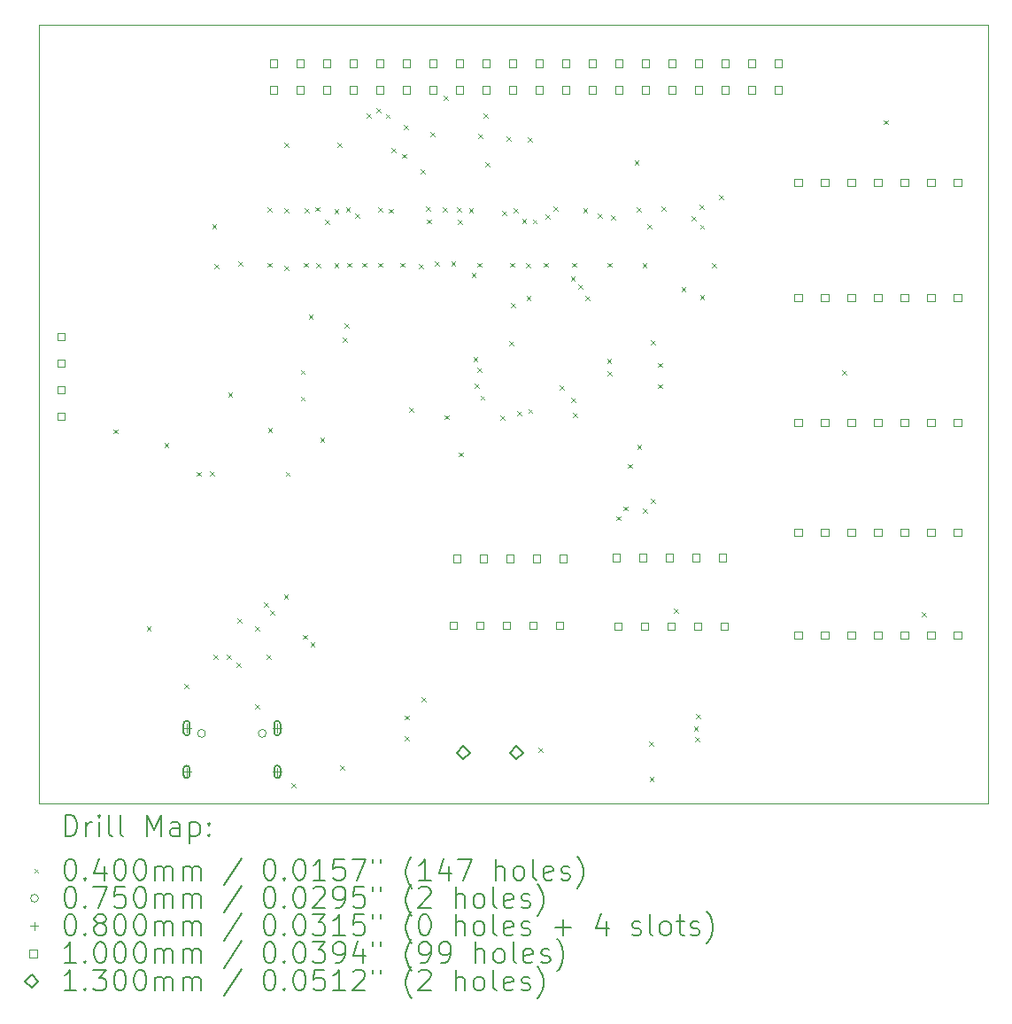
<source format=gbr>
%FSLAX45Y45*%
G04 Gerber Fmt 4.5, Leading zero omitted, Abs format (unit mm)*
G04 Created by KiCad (PCBNEW (6.0.5)) date 2025-09-09 17:56:18*
%MOMM*%
%LPD*%
G01*
G04 APERTURE LIST*
%TA.AperFunction,Profile*%
%ADD10C,0.100000*%
%TD*%
%ADD11C,0.200000*%
%ADD12C,0.040000*%
%ADD13C,0.075000*%
%ADD14C,0.079999*%
%ADD15C,0.100000*%
%ADD16C,0.130002*%
G04 APERTURE END LIST*
D10*
X17596000Y-6989000D02*
X8521000Y-6989000D01*
X8521000Y-6989000D02*
X8521000Y-14426000D01*
X8521000Y-14426000D02*
X17596000Y-14426000D01*
X17596000Y-14426000D02*
X17596000Y-6989000D01*
D11*
D12*
X9231390Y-10852510D02*
X9271390Y-10892510D01*
X9271390Y-10852510D02*
X9231390Y-10892510D01*
X9551300Y-12734060D02*
X9591300Y-12774060D01*
X9591300Y-12734060D02*
X9551300Y-12774060D01*
X9721000Y-10983360D02*
X9761000Y-11023360D01*
X9761000Y-10983360D02*
X9721000Y-11023360D01*
X9912630Y-13284960D02*
X9952630Y-13324960D01*
X9952630Y-13284960D02*
X9912630Y-13324960D01*
X10028000Y-11258310D02*
X10068000Y-11298310D01*
X10068000Y-11258310D02*
X10028000Y-11298310D01*
X10155010Y-11256270D02*
X10195010Y-11296270D01*
X10195010Y-11256270D02*
X10155010Y-11296270D01*
X10178960Y-8891560D02*
X10218960Y-8931560D01*
X10218960Y-8891560D02*
X10178960Y-8931560D01*
X10190600Y-13005500D02*
X10230600Y-13045500D01*
X10230600Y-13005500D02*
X10190600Y-13045500D01*
X10200310Y-9270950D02*
X10240310Y-9310950D01*
X10240310Y-9270950D02*
X10200310Y-9310950D01*
X10316100Y-13005340D02*
X10356100Y-13045340D01*
X10356100Y-13005340D02*
X10316100Y-13045340D01*
X10330170Y-10498310D02*
X10370170Y-10538310D01*
X10370170Y-10498310D02*
X10330170Y-10538310D01*
X10409660Y-13080710D02*
X10449660Y-13120710D01*
X10449660Y-13080710D02*
X10409660Y-13120710D01*
X10421890Y-12661200D02*
X10461890Y-12701200D01*
X10461890Y-12661200D02*
X10421890Y-12701200D01*
X10429350Y-9245800D02*
X10469350Y-9285800D01*
X10469350Y-9245800D02*
X10429350Y-9285800D01*
X10585460Y-13483180D02*
X10625460Y-13523180D01*
X10625460Y-13483180D02*
X10585460Y-13523180D01*
X10586660Y-12734760D02*
X10626660Y-12774760D01*
X10626660Y-12734760D02*
X10586660Y-12774760D01*
X10670190Y-12508300D02*
X10710190Y-12548300D01*
X10710190Y-12508300D02*
X10670190Y-12548300D01*
X10698330Y-13005240D02*
X10738330Y-13045240D01*
X10738330Y-13005240D02*
X10698330Y-13045240D01*
X10704580Y-8732440D02*
X10744580Y-8772440D01*
X10744580Y-8732440D02*
X10704580Y-8772440D01*
X10704580Y-9261430D02*
X10744580Y-9301430D01*
X10744580Y-9261430D02*
X10704580Y-9301430D01*
X10710980Y-10838000D02*
X10750980Y-10878000D01*
X10750980Y-10838000D02*
X10710980Y-10878000D01*
X10734600Y-12585580D02*
X10774600Y-12625580D01*
X10774600Y-12585580D02*
X10734600Y-12625580D01*
X10863560Y-12433520D02*
X10903560Y-12473520D01*
X10903560Y-12433520D02*
X10863560Y-12473520D01*
X10867670Y-9293220D02*
X10907670Y-9333220D01*
X10907670Y-9293220D02*
X10867670Y-9333220D01*
X10867680Y-8738550D02*
X10907680Y-8778550D01*
X10907680Y-8738550D02*
X10867680Y-8778550D01*
X10870500Y-8113630D02*
X10910500Y-8153630D01*
X10910500Y-8113630D02*
X10870500Y-8153630D01*
X10880040Y-11258280D02*
X10920040Y-11298280D01*
X10920040Y-11258280D02*
X10880040Y-11298280D01*
X10935350Y-14234030D02*
X10975350Y-14274030D01*
X10975350Y-14234030D02*
X10935350Y-14274030D01*
X11025590Y-10285500D02*
X11065590Y-10325500D01*
X11065590Y-10285500D02*
X11025590Y-10325500D01*
X11025590Y-10539500D02*
X11065590Y-10579500D01*
X11065590Y-10539500D02*
X11025590Y-10579500D01*
X11043910Y-12817640D02*
X11083910Y-12857640D01*
X11083910Y-12817640D02*
X11043910Y-12857640D01*
X11052090Y-9261840D02*
X11092090Y-9301840D01*
X11092090Y-9261840D02*
X11052090Y-9301840D01*
X11062850Y-8739370D02*
X11102850Y-8779370D01*
X11102850Y-8739370D02*
X11062850Y-8779370D01*
X11101710Y-9757860D02*
X11141710Y-9797860D01*
X11141710Y-9757860D02*
X11101710Y-9797860D01*
X11116510Y-12890330D02*
X11156510Y-12930330D01*
X11156510Y-12890330D02*
X11116510Y-12930330D01*
X11164030Y-8726610D02*
X11204030Y-8766610D01*
X11204030Y-8726610D02*
X11164030Y-8766610D01*
X11170880Y-9262860D02*
X11210880Y-9302860D01*
X11210880Y-9262860D02*
X11170880Y-9302860D01*
X11210920Y-10933820D02*
X11250920Y-10973820D01*
X11250920Y-10933820D02*
X11210920Y-10973820D01*
X11254760Y-8850000D02*
X11294760Y-8890000D01*
X11294760Y-8850000D02*
X11254760Y-8890000D01*
X11347170Y-8747440D02*
X11387170Y-8787440D01*
X11387170Y-8747440D02*
X11347170Y-8787440D01*
X11347170Y-9264430D02*
X11387170Y-9304430D01*
X11387170Y-9264430D02*
X11347170Y-9304430D01*
X11377510Y-8113630D02*
X11417510Y-8153630D01*
X11417510Y-8113630D02*
X11377510Y-8153630D01*
X11402290Y-14066160D02*
X11442290Y-14106160D01*
X11442290Y-14066160D02*
X11402290Y-14106160D01*
X11426270Y-9974310D02*
X11466270Y-10014310D01*
X11466270Y-9974310D02*
X11426270Y-10014310D01*
X11442020Y-9841000D02*
X11482020Y-9881000D01*
X11482020Y-9841000D02*
X11442020Y-9881000D01*
X11455710Y-8732920D02*
X11495710Y-8772920D01*
X11495710Y-8732920D02*
X11455710Y-8772920D01*
X11467080Y-9261830D02*
X11507080Y-9301830D01*
X11507080Y-9261830D02*
X11467080Y-9301830D01*
X11542510Y-8792240D02*
X11582510Y-8832240D01*
X11582510Y-8792240D02*
X11542510Y-8832240D01*
X11611450Y-9260210D02*
X11651450Y-9300210D01*
X11651450Y-9260210D02*
X11611450Y-9300210D01*
X11657900Y-7832670D02*
X11697900Y-7872670D01*
X11697900Y-7832670D02*
X11657900Y-7872670D01*
X11748280Y-7780360D02*
X11788280Y-7820360D01*
X11788280Y-7780360D02*
X11748280Y-7820360D01*
X11762810Y-8733480D02*
X11802810Y-8773480D01*
X11802810Y-8733480D02*
X11762810Y-8773480D01*
X11762810Y-9260170D02*
X11802810Y-9300170D01*
X11802810Y-9260170D02*
X11762810Y-9300170D01*
X11837690Y-7837550D02*
X11877690Y-7877550D01*
X11877690Y-7837550D02*
X11837690Y-7877550D01*
X11865010Y-8745070D02*
X11905010Y-8785070D01*
X11905010Y-8745070D02*
X11865010Y-8785070D01*
X11894170Y-8166420D02*
X11934170Y-8206420D01*
X11934170Y-8166420D02*
X11894170Y-8206420D01*
X11979060Y-9260190D02*
X12019060Y-9300190D01*
X12019060Y-9260190D02*
X11979060Y-9300190D01*
X11991720Y-8219730D02*
X12031720Y-8259730D01*
X12031720Y-8219730D02*
X11991720Y-8259730D01*
X12012500Y-7944880D02*
X12052500Y-7984880D01*
X12052500Y-7944880D02*
X12012500Y-7984880D01*
X12019090Y-13783460D02*
X12059090Y-13823460D01*
X12059090Y-13783460D02*
X12019090Y-13823460D01*
X12020440Y-13587450D02*
X12060440Y-13627450D01*
X12060440Y-13587450D02*
X12020440Y-13627450D01*
X12063050Y-10644650D02*
X12103050Y-10684650D01*
X12103050Y-10644650D02*
X12063050Y-10684650D01*
X12153890Y-9272060D02*
X12193890Y-9312060D01*
X12193890Y-9272060D02*
X12153890Y-9312060D01*
X12171510Y-8370030D02*
X12211510Y-8410030D01*
X12211510Y-8370030D02*
X12171510Y-8410030D01*
X12182460Y-13415790D02*
X12222460Y-13455790D01*
X12222460Y-13415790D02*
X12182460Y-13455790D01*
X12223660Y-8726060D02*
X12263660Y-8766060D01*
X12263660Y-8726060D02*
X12223660Y-8766060D01*
X12231520Y-8845330D02*
X12271520Y-8885330D01*
X12271520Y-8845330D02*
X12231520Y-8885330D01*
X12267300Y-8014330D02*
X12307300Y-8054330D01*
X12307300Y-8014330D02*
X12267300Y-8054330D01*
X12306760Y-9249070D02*
X12346760Y-9289070D01*
X12346760Y-9249070D02*
X12306760Y-9289070D01*
X12385270Y-8733960D02*
X12425270Y-8773960D01*
X12425270Y-8733960D02*
X12385270Y-8773960D01*
X12393500Y-7667610D02*
X12433500Y-7707610D01*
X12433500Y-7667610D02*
X12393500Y-7707610D01*
X12402400Y-10717490D02*
X12442400Y-10757490D01*
X12442400Y-10717490D02*
X12402400Y-10757490D01*
X12464040Y-9250190D02*
X12504040Y-9290190D01*
X12504040Y-9250190D02*
X12464040Y-9290190D01*
X12516060Y-8733840D02*
X12556060Y-8773840D01*
X12556060Y-8733840D02*
X12516060Y-8773840D01*
X12526650Y-8849000D02*
X12566650Y-8889000D01*
X12566650Y-8849000D02*
X12526650Y-8889000D01*
X12537530Y-11072960D02*
X12577530Y-11112960D01*
X12577530Y-11072960D02*
X12537530Y-11112960D01*
X12632790Y-8737700D02*
X12672790Y-8777700D01*
X12672790Y-8737700D02*
X12632790Y-8777700D01*
X12659490Y-9356110D02*
X12699490Y-9396110D01*
X12699490Y-9356110D02*
X12659490Y-9396110D01*
X12675390Y-10161250D02*
X12715390Y-10201250D01*
X12715390Y-10161250D02*
X12675390Y-10201250D01*
X12690480Y-10419540D02*
X12730480Y-10459540D01*
X12730480Y-10419540D02*
X12690480Y-10459540D01*
X12711840Y-9260790D02*
X12751840Y-9300790D01*
X12751840Y-9260790D02*
X12711840Y-9300790D01*
X12715750Y-10264410D02*
X12755750Y-10304410D01*
X12755750Y-10264410D02*
X12715750Y-10304410D01*
X12723590Y-8030900D02*
X12763590Y-8070900D01*
X12763590Y-8030900D02*
X12723590Y-8070900D01*
X12743330Y-10531670D02*
X12783330Y-10571670D01*
X12783330Y-10531670D02*
X12743330Y-10571670D01*
X12774500Y-7833440D02*
X12814500Y-7873440D01*
X12814500Y-7833440D02*
X12774500Y-7873440D01*
X12788470Y-8296870D02*
X12828470Y-8336870D01*
X12828470Y-8296870D02*
X12788470Y-8336870D01*
X12932400Y-10720160D02*
X12972400Y-10760160D01*
X12972400Y-10720160D02*
X12932400Y-10760160D01*
X12949430Y-8765950D02*
X12989430Y-8805950D01*
X12989430Y-8765950D02*
X12949430Y-8805950D01*
X12992350Y-8051990D02*
X13032350Y-8091990D01*
X13032350Y-8051990D02*
X12992350Y-8091990D01*
X13021400Y-10012750D02*
X13061400Y-10052750D01*
X13061400Y-10012750D02*
X13021400Y-10052750D01*
X13024470Y-9259970D02*
X13064470Y-9299970D01*
X13064470Y-9259970D02*
X13024470Y-9299970D01*
X13032520Y-9646720D02*
X13072520Y-9686720D01*
X13072520Y-9646720D02*
X13032520Y-9686720D01*
X13058950Y-8737150D02*
X13098950Y-8777150D01*
X13098950Y-8737150D02*
X13058950Y-8777150D01*
X13096790Y-10681050D02*
X13136790Y-10721050D01*
X13136790Y-10681050D02*
X13096790Y-10721050D01*
X13140040Y-8839940D02*
X13180040Y-8879940D01*
X13180040Y-8839940D02*
X13140040Y-8879940D01*
X13180460Y-9262170D02*
X13220460Y-9302170D01*
X13220460Y-9262170D02*
X13180460Y-9302170D01*
X13183960Y-9576150D02*
X13223960Y-9616150D01*
X13223960Y-9576150D02*
X13183960Y-9616150D01*
X13198840Y-8062020D02*
X13238840Y-8102020D01*
X13238840Y-8062020D02*
X13198840Y-8102020D01*
X13199600Y-10657770D02*
X13239600Y-10697770D01*
X13239600Y-10657770D02*
X13199600Y-10697770D01*
X13242760Y-8846560D02*
X13282760Y-8886560D01*
X13282760Y-8846560D02*
X13242760Y-8886560D01*
X13300470Y-13895750D02*
X13340470Y-13935750D01*
X13340470Y-13895750D02*
X13300470Y-13935750D01*
X13348130Y-9261140D02*
X13388130Y-9301140D01*
X13388130Y-9261140D02*
X13348130Y-9301140D01*
X13362590Y-8797080D02*
X13402590Y-8837080D01*
X13402590Y-8797080D02*
X13362590Y-8837080D01*
X13441270Y-8724150D02*
X13481270Y-8764150D01*
X13481270Y-8724150D02*
X13441270Y-8764150D01*
X13503650Y-10436090D02*
X13543650Y-10476090D01*
X13543650Y-10436090D02*
X13503650Y-10476090D01*
X13606360Y-9393770D02*
X13646360Y-9433770D01*
X13646360Y-9393770D02*
X13606360Y-9433770D01*
X13612730Y-10551380D02*
X13652730Y-10591380D01*
X13652730Y-10551380D02*
X13612730Y-10591380D01*
X13618170Y-9261930D02*
X13658170Y-9301930D01*
X13658170Y-9261930D02*
X13618170Y-9301930D01*
X13631030Y-10696760D02*
X13671030Y-10736760D01*
X13671030Y-10696760D02*
X13631030Y-10736760D01*
X13679050Y-9468610D02*
X13719050Y-9508610D01*
X13719050Y-9468610D02*
X13679050Y-9508610D01*
X13726120Y-8740380D02*
X13766120Y-8780380D01*
X13766120Y-8740380D02*
X13726120Y-8780380D01*
X13748920Y-9580100D02*
X13788920Y-9620100D01*
X13788920Y-9580100D02*
X13748920Y-9620100D01*
X13866330Y-8791930D02*
X13906330Y-8831930D01*
X13906330Y-8791930D02*
X13866330Y-8831930D01*
X13953770Y-10179740D02*
X13993770Y-10219740D01*
X13993770Y-10179740D02*
X13953770Y-10219740D01*
X13957190Y-10300450D02*
X13997190Y-10340450D01*
X13997190Y-10300450D02*
X13957190Y-10340450D01*
X13958110Y-9260610D02*
X13998110Y-9300610D01*
X13998110Y-9260610D02*
X13958110Y-9300610D01*
X13989420Y-8807400D02*
X14029420Y-8847400D01*
X14029420Y-8807400D02*
X13989420Y-8847400D01*
X14041380Y-11681540D02*
X14081380Y-11721540D01*
X14081380Y-11681540D02*
X14041380Y-11721540D01*
X14108740Y-11589440D02*
X14148740Y-11629440D01*
X14148740Y-11589440D02*
X14108740Y-11629440D01*
X14155910Y-11183840D02*
X14195910Y-11223840D01*
X14195910Y-11183840D02*
X14155910Y-11223840D01*
X14216800Y-8285070D02*
X14256800Y-8325070D01*
X14256800Y-8285070D02*
X14216800Y-8325070D01*
X14239050Y-8733770D02*
X14279050Y-8773770D01*
X14279050Y-8733770D02*
X14239050Y-8773770D01*
X14242810Y-10999960D02*
X14282810Y-11039960D01*
X14282810Y-10999960D02*
X14242810Y-11039960D01*
X14291570Y-9262090D02*
X14331570Y-9302090D01*
X14331570Y-9262090D02*
X14291570Y-9302090D01*
X14297690Y-11612140D02*
X14337690Y-11652140D01*
X14337690Y-11612140D02*
X14297690Y-11652140D01*
X14337690Y-8894130D02*
X14377690Y-8934130D01*
X14377690Y-8894130D02*
X14337690Y-8934130D01*
X14354180Y-13834660D02*
X14394180Y-13874660D01*
X14394180Y-13834660D02*
X14354180Y-13874660D01*
X14360500Y-14173020D02*
X14400500Y-14213020D01*
X14400500Y-14173020D02*
X14360500Y-14213020D01*
X14375450Y-9999330D02*
X14415450Y-10039330D01*
X14415450Y-9999330D02*
X14375450Y-10039330D01*
X14376000Y-11516850D02*
X14416000Y-11556850D01*
X14416000Y-11516850D02*
X14376000Y-11556850D01*
X14442300Y-10218360D02*
X14482300Y-10258360D01*
X14482300Y-10218360D02*
X14442300Y-10258360D01*
X14442300Y-10421410D02*
X14482300Y-10461410D01*
X14482300Y-10421410D02*
X14442300Y-10461410D01*
X14473950Y-8721800D02*
X14513950Y-8761800D01*
X14513950Y-8721800D02*
X14473950Y-8761800D01*
X14593940Y-12568490D02*
X14633940Y-12608490D01*
X14633940Y-12568490D02*
X14593940Y-12608490D01*
X14665700Y-9494200D02*
X14705700Y-9534200D01*
X14705700Y-9494200D02*
X14665700Y-9534200D01*
X14762400Y-8814680D02*
X14802400Y-8854680D01*
X14802400Y-8814680D02*
X14762400Y-8854680D01*
X14784370Y-13692650D02*
X14824370Y-13732650D01*
X14824370Y-13692650D02*
X14784370Y-13732650D01*
X14794920Y-13794170D02*
X14834920Y-13834170D01*
X14834920Y-13794170D02*
X14794920Y-13834170D01*
X14803160Y-13576500D02*
X14843160Y-13616500D01*
X14843160Y-13576500D02*
X14803160Y-13616500D01*
X14837310Y-8704220D02*
X14877310Y-8744220D01*
X14877310Y-8704220D02*
X14837310Y-8744220D01*
X14842850Y-8897070D02*
X14882850Y-8937070D01*
X14882850Y-8897070D02*
X14842850Y-8937070D01*
X14842850Y-9572800D02*
X14882850Y-9612800D01*
X14882850Y-9572800D02*
X14842850Y-9612800D01*
X14955360Y-9266260D02*
X14995360Y-9306260D01*
X14995360Y-9266260D02*
X14955360Y-9306260D01*
X15027470Y-8610910D02*
X15067470Y-8650910D01*
X15067470Y-8610910D02*
X15027470Y-8650910D01*
X16199520Y-10292480D02*
X16239520Y-10332480D01*
X16239520Y-10292480D02*
X16199520Y-10332480D01*
X16599990Y-7897130D02*
X16639990Y-7937130D01*
X16639990Y-7897130D02*
X16599990Y-7937130D01*
X16961220Y-12600500D02*
X17001220Y-12640500D01*
X17001220Y-12600500D02*
X16961220Y-12640500D01*
D13*
X10114500Y-13758750D02*
G75*
G03*
X10114500Y-13758750I-37500J0D01*
G01*
X10694500Y-13758750D02*
G75*
G03*
X10694500Y-13758750I-37500J0D01*
G01*
D14*
X9934000Y-13668750D02*
X9934000Y-13748750D01*
X9894000Y-13708750D02*
X9974000Y-13708750D01*
D11*
X9904000Y-13668749D02*
X9904000Y-13748751D01*
X9964000Y-13668749D02*
X9964000Y-13748751D01*
X9904000Y-13748751D02*
G75*
G03*
X9964000Y-13748751I30000J0D01*
G01*
X9964000Y-13668749D02*
G75*
G03*
X9904000Y-13668749I-30000J0D01*
G01*
D14*
X9934000Y-14086750D02*
X9934000Y-14166750D01*
X9894000Y-14126750D02*
X9974000Y-14126750D01*
D11*
X9904000Y-14096750D02*
X9904000Y-14156750D01*
X9964000Y-14096750D02*
X9964000Y-14156750D01*
X9904000Y-14156750D02*
G75*
G03*
X9964000Y-14156750I30000J0D01*
G01*
X9964000Y-14096750D02*
G75*
G03*
X9904000Y-14096750I-30000J0D01*
G01*
D14*
X10800000Y-13668750D02*
X10800000Y-13748750D01*
X10760000Y-13708750D02*
X10840000Y-13708750D01*
D11*
X10770000Y-13668751D02*
X10770000Y-13748749D01*
X10830000Y-13668751D02*
X10830000Y-13748749D01*
X10770000Y-13748749D02*
G75*
G03*
X10830000Y-13748749I30000J0D01*
G01*
X10830000Y-13668751D02*
G75*
G03*
X10770000Y-13668751I-30000J0D01*
G01*
D14*
X10800000Y-14086750D02*
X10800000Y-14166750D01*
X10760000Y-14126750D02*
X10840000Y-14126750D01*
D11*
X10770000Y-14096750D02*
X10770000Y-14156750D01*
X10830000Y-14096750D02*
X10830000Y-14156750D01*
X10770000Y-14156750D02*
G75*
G03*
X10830000Y-14156750I30000J0D01*
G01*
X10830000Y-14096750D02*
G75*
G03*
X10770000Y-14096750I-30000J0D01*
G01*
D15*
X8766356Y-10002356D02*
X8766356Y-9931644D01*
X8695644Y-9931644D01*
X8695644Y-10002356D01*
X8766356Y-10002356D01*
X8766356Y-10256356D02*
X8766356Y-10185644D01*
X8695644Y-10185644D01*
X8695644Y-10256356D01*
X8766356Y-10256356D01*
X8766356Y-10510356D02*
X8766356Y-10439644D01*
X8695644Y-10439644D01*
X8695644Y-10510356D01*
X8766356Y-10510356D01*
X8766356Y-10764356D02*
X8766356Y-10693644D01*
X8695644Y-10693644D01*
X8695644Y-10764356D01*
X8766356Y-10764356D01*
X10797856Y-7388856D02*
X10797856Y-7318144D01*
X10727144Y-7318144D01*
X10727144Y-7388856D01*
X10797856Y-7388856D01*
X10797856Y-7642856D02*
X10797856Y-7572144D01*
X10727144Y-7572144D01*
X10727144Y-7642856D01*
X10797856Y-7642856D01*
X11051856Y-7388856D02*
X11051856Y-7318144D01*
X10981144Y-7318144D01*
X10981144Y-7388856D01*
X11051856Y-7388856D01*
X11051856Y-7642856D02*
X11051856Y-7572144D01*
X10981144Y-7572144D01*
X10981144Y-7642856D01*
X11051856Y-7642856D01*
X11305856Y-7388856D02*
X11305856Y-7318144D01*
X11235144Y-7318144D01*
X11235144Y-7388856D01*
X11305856Y-7388856D01*
X11305856Y-7642856D02*
X11305856Y-7572144D01*
X11235144Y-7572144D01*
X11235144Y-7642856D01*
X11305856Y-7642856D01*
X11559856Y-7388856D02*
X11559856Y-7318144D01*
X11489144Y-7318144D01*
X11489144Y-7388856D01*
X11559856Y-7388856D01*
X11559856Y-7642856D02*
X11559856Y-7572144D01*
X11489144Y-7572144D01*
X11489144Y-7642856D01*
X11559856Y-7642856D01*
X11813856Y-7388856D02*
X11813856Y-7318144D01*
X11743144Y-7318144D01*
X11743144Y-7388856D01*
X11813856Y-7388856D01*
X11813856Y-7642856D02*
X11813856Y-7572144D01*
X11743144Y-7572144D01*
X11743144Y-7642856D01*
X11813856Y-7642856D01*
X12067856Y-7388856D02*
X12067856Y-7318144D01*
X11997144Y-7318144D01*
X11997144Y-7388856D01*
X12067856Y-7388856D01*
X12067856Y-7642856D02*
X12067856Y-7572144D01*
X11997144Y-7572144D01*
X11997144Y-7642856D01*
X12067856Y-7642856D01*
X12321856Y-7388856D02*
X12321856Y-7318144D01*
X12251144Y-7318144D01*
X12251144Y-7388856D01*
X12321856Y-7388856D01*
X12321856Y-7642856D02*
X12321856Y-7572144D01*
X12251144Y-7572144D01*
X12251144Y-7642856D01*
X12321856Y-7642856D01*
X12520356Y-12761356D02*
X12520356Y-12690644D01*
X12449644Y-12690644D01*
X12449644Y-12761356D01*
X12520356Y-12761356D01*
X12553356Y-12123356D02*
X12553356Y-12052644D01*
X12482644Y-12052644D01*
X12482644Y-12123356D01*
X12553356Y-12123356D01*
X12575856Y-7388856D02*
X12575856Y-7318144D01*
X12505144Y-7318144D01*
X12505144Y-7388856D01*
X12575856Y-7388856D01*
X12575856Y-7642856D02*
X12575856Y-7572144D01*
X12505144Y-7572144D01*
X12505144Y-7642856D01*
X12575856Y-7642856D01*
X12774356Y-12761356D02*
X12774356Y-12690644D01*
X12703644Y-12690644D01*
X12703644Y-12761356D01*
X12774356Y-12761356D01*
X12807356Y-12123356D02*
X12807356Y-12052644D01*
X12736644Y-12052644D01*
X12736644Y-12123356D01*
X12807356Y-12123356D01*
X12829856Y-7388856D02*
X12829856Y-7318144D01*
X12759144Y-7318144D01*
X12759144Y-7388856D01*
X12829856Y-7388856D01*
X12829856Y-7642856D02*
X12829856Y-7572144D01*
X12759144Y-7572144D01*
X12759144Y-7642856D01*
X12829856Y-7642856D01*
X13028356Y-12761356D02*
X13028356Y-12690644D01*
X12957644Y-12690644D01*
X12957644Y-12761356D01*
X13028356Y-12761356D01*
X13061356Y-12123356D02*
X13061356Y-12052644D01*
X12990644Y-12052644D01*
X12990644Y-12123356D01*
X13061356Y-12123356D01*
X13083856Y-7388856D02*
X13083856Y-7318144D01*
X13013144Y-7318144D01*
X13013144Y-7388856D01*
X13083856Y-7388856D01*
X13083856Y-7642856D02*
X13083856Y-7572144D01*
X13013144Y-7572144D01*
X13013144Y-7642856D01*
X13083856Y-7642856D01*
X13282356Y-12761356D02*
X13282356Y-12690644D01*
X13211644Y-12690644D01*
X13211644Y-12761356D01*
X13282356Y-12761356D01*
X13315356Y-12123356D02*
X13315356Y-12052644D01*
X13244644Y-12052644D01*
X13244644Y-12123356D01*
X13315356Y-12123356D01*
X13337856Y-7388856D02*
X13337856Y-7318144D01*
X13267144Y-7318144D01*
X13267144Y-7388856D01*
X13337856Y-7388856D01*
X13337856Y-7642856D02*
X13337856Y-7572144D01*
X13267144Y-7572144D01*
X13267144Y-7642856D01*
X13337856Y-7642856D01*
X13536356Y-12761356D02*
X13536356Y-12690644D01*
X13465644Y-12690644D01*
X13465644Y-12761356D01*
X13536356Y-12761356D01*
X13569356Y-12123356D02*
X13569356Y-12052644D01*
X13498644Y-12052644D01*
X13498644Y-12123356D01*
X13569356Y-12123356D01*
X13591856Y-7388856D02*
X13591856Y-7318144D01*
X13521144Y-7318144D01*
X13521144Y-7388856D01*
X13591856Y-7388856D01*
X13591856Y-7642856D02*
X13591856Y-7572144D01*
X13521144Y-7572144D01*
X13521144Y-7642856D01*
X13591856Y-7642856D01*
X13845856Y-7388856D02*
X13845856Y-7318144D01*
X13775144Y-7318144D01*
X13775144Y-7388856D01*
X13845856Y-7388856D01*
X13845856Y-7642856D02*
X13845856Y-7572144D01*
X13775144Y-7572144D01*
X13775144Y-7642856D01*
X13845856Y-7642856D01*
X14076356Y-12114356D02*
X14076356Y-12043644D01*
X14005644Y-12043644D01*
X14005644Y-12114356D01*
X14076356Y-12114356D01*
X14093856Y-12769356D02*
X14093856Y-12698644D01*
X14023144Y-12698644D01*
X14023144Y-12769356D01*
X14093856Y-12769356D01*
X14099856Y-7388856D02*
X14099856Y-7318144D01*
X14029144Y-7318144D01*
X14029144Y-7388856D01*
X14099856Y-7388856D01*
X14099856Y-7642856D02*
X14099856Y-7572144D01*
X14029144Y-7572144D01*
X14029144Y-7642856D01*
X14099856Y-7642856D01*
X14330356Y-12114356D02*
X14330356Y-12043644D01*
X14259644Y-12043644D01*
X14259644Y-12114356D01*
X14330356Y-12114356D01*
X14347856Y-12769356D02*
X14347856Y-12698644D01*
X14277144Y-12698644D01*
X14277144Y-12769356D01*
X14347856Y-12769356D01*
X14353856Y-7388856D02*
X14353856Y-7318144D01*
X14283144Y-7318144D01*
X14283144Y-7388856D01*
X14353856Y-7388856D01*
X14353856Y-7642856D02*
X14353856Y-7572144D01*
X14283144Y-7572144D01*
X14283144Y-7642856D01*
X14353856Y-7642856D01*
X14584356Y-12114356D02*
X14584356Y-12043644D01*
X14513644Y-12043644D01*
X14513644Y-12114356D01*
X14584356Y-12114356D01*
X14601856Y-12769356D02*
X14601856Y-12698644D01*
X14531144Y-12698644D01*
X14531144Y-12769356D01*
X14601856Y-12769356D01*
X14607856Y-7388856D02*
X14607856Y-7318144D01*
X14537144Y-7318144D01*
X14537144Y-7388856D01*
X14607856Y-7388856D01*
X14607856Y-7642856D02*
X14607856Y-7572144D01*
X14537144Y-7572144D01*
X14537144Y-7642856D01*
X14607856Y-7642856D01*
X14838356Y-12114356D02*
X14838356Y-12043644D01*
X14767644Y-12043644D01*
X14767644Y-12114356D01*
X14838356Y-12114356D01*
X14855856Y-12769356D02*
X14855856Y-12698644D01*
X14785144Y-12698644D01*
X14785144Y-12769356D01*
X14855856Y-12769356D01*
X14861856Y-7388856D02*
X14861856Y-7318144D01*
X14791144Y-7318144D01*
X14791144Y-7388856D01*
X14861856Y-7388856D01*
X14861856Y-7642856D02*
X14861856Y-7572144D01*
X14791144Y-7572144D01*
X14791144Y-7642856D01*
X14861856Y-7642856D01*
X15092356Y-12114356D02*
X15092356Y-12043644D01*
X15021644Y-12043644D01*
X15021644Y-12114356D01*
X15092356Y-12114356D01*
X15109856Y-12769356D02*
X15109856Y-12698644D01*
X15039144Y-12698644D01*
X15039144Y-12769356D01*
X15109856Y-12769356D01*
X15115856Y-7388856D02*
X15115856Y-7318144D01*
X15045144Y-7318144D01*
X15045144Y-7388856D01*
X15115856Y-7388856D01*
X15115856Y-7642856D02*
X15115856Y-7572144D01*
X15045144Y-7572144D01*
X15045144Y-7642856D01*
X15115856Y-7642856D01*
X15369856Y-7388856D02*
X15369856Y-7318144D01*
X15299144Y-7318144D01*
X15299144Y-7388856D01*
X15369856Y-7388856D01*
X15369856Y-7642856D02*
X15369856Y-7572144D01*
X15299144Y-7572144D01*
X15299144Y-7642856D01*
X15369856Y-7642856D01*
X15623856Y-7388856D02*
X15623856Y-7318144D01*
X15553144Y-7318144D01*
X15553144Y-7388856D01*
X15623856Y-7388856D01*
X15623856Y-7642856D02*
X15623856Y-7572144D01*
X15553144Y-7572144D01*
X15553144Y-7642856D01*
X15623856Y-7642856D01*
X15817356Y-12856356D02*
X15817356Y-12785644D01*
X15746644Y-12785644D01*
X15746644Y-12856356D01*
X15817356Y-12856356D01*
X15818356Y-8530356D02*
X15818356Y-8459644D01*
X15747644Y-8459644D01*
X15747644Y-8530356D01*
X15818356Y-8530356D01*
X15818356Y-9628356D02*
X15818356Y-9557644D01*
X15747644Y-9557644D01*
X15747644Y-9628356D01*
X15818356Y-9628356D01*
X15818356Y-10825356D02*
X15818356Y-10754644D01*
X15747644Y-10754644D01*
X15747644Y-10825356D01*
X15818356Y-10825356D01*
X15818356Y-11873356D02*
X15818356Y-11802644D01*
X15747644Y-11802644D01*
X15747644Y-11873356D01*
X15818356Y-11873356D01*
X16071356Y-12856356D02*
X16071356Y-12785644D01*
X16000644Y-12785644D01*
X16000644Y-12856356D01*
X16071356Y-12856356D01*
X16072356Y-8530356D02*
X16072356Y-8459644D01*
X16001644Y-8459644D01*
X16001644Y-8530356D01*
X16072356Y-8530356D01*
X16072356Y-9628356D02*
X16072356Y-9557644D01*
X16001644Y-9557644D01*
X16001644Y-9628356D01*
X16072356Y-9628356D01*
X16072356Y-10825356D02*
X16072356Y-10754644D01*
X16001644Y-10754644D01*
X16001644Y-10825356D01*
X16072356Y-10825356D01*
X16072356Y-11873356D02*
X16072356Y-11802644D01*
X16001644Y-11802644D01*
X16001644Y-11873356D01*
X16072356Y-11873356D01*
X16325356Y-12856356D02*
X16325356Y-12785644D01*
X16254644Y-12785644D01*
X16254644Y-12856356D01*
X16325356Y-12856356D01*
X16326356Y-8530356D02*
X16326356Y-8459644D01*
X16255644Y-8459644D01*
X16255644Y-8530356D01*
X16326356Y-8530356D01*
X16326356Y-9628356D02*
X16326356Y-9557644D01*
X16255644Y-9557644D01*
X16255644Y-9628356D01*
X16326356Y-9628356D01*
X16326356Y-10825356D02*
X16326356Y-10754644D01*
X16255644Y-10754644D01*
X16255644Y-10825356D01*
X16326356Y-10825356D01*
X16326356Y-11873356D02*
X16326356Y-11802644D01*
X16255644Y-11802644D01*
X16255644Y-11873356D01*
X16326356Y-11873356D01*
X16579356Y-12856356D02*
X16579356Y-12785644D01*
X16508644Y-12785644D01*
X16508644Y-12856356D01*
X16579356Y-12856356D01*
X16580356Y-8530356D02*
X16580356Y-8459644D01*
X16509644Y-8459644D01*
X16509644Y-8530356D01*
X16580356Y-8530356D01*
X16580356Y-9628356D02*
X16580356Y-9557644D01*
X16509644Y-9557644D01*
X16509644Y-9628356D01*
X16580356Y-9628356D01*
X16580356Y-10825356D02*
X16580356Y-10754644D01*
X16509644Y-10754644D01*
X16509644Y-10825356D01*
X16580356Y-10825356D01*
X16580356Y-11873356D02*
X16580356Y-11802644D01*
X16509644Y-11802644D01*
X16509644Y-11873356D01*
X16580356Y-11873356D01*
X16833356Y-12856356D02*
X16833356Y-12785644D01*
X16762644Y-12785644D01*
X16762644Y-12856356D01*
X16833356Y-12856356D01*
X16834356Y-8530356D02*
X16834356Y-8459644D01*
X16763644Y-8459644D01*
X16763644Y-8530356D01*
X16834356Y-8530356D01*
X16834356Y-9628356D02*
X16834356Y-9557644D01*
X16763644Y-9557644D01*
X16763644Y-9628356D01*
X16834356Y-9628356D01*
X16834356Y-10825356D02*
X16834356Y-10754644D01*
X16763644Y-10754644D01*
X16763644Y-10825356D01*
X16834356Y-10825356D01*
X16834356Y-11873356D02*
X16834356Y-11802644D01*
X16763644Y-11802644D01*
X16763644Y-11873356D01*
X16834356Y-11873356D01*
X17087356Y-12856356D02*
X17087356Y-12785644D01*
X17016644Y-12785644D01*
X17016644Y-12856356D01*
X17087356Y-12856356D01*
X17088356Y-8530356D02*
X17088356Y-8459644D01*
X17017644Y-8459644D01*
X17017644Y-8530356D01*
X17088356Y-8530356D01*
X17088356Y-9628356D02*
X17088356Y-9557644D01*
X17017644Y-9557644D01*
X17017644Y-9628356D01*
X17088356Y-9628356D01*
X17088356Y-10825356D02*
X17088356Y-10754644D01*
X17017644Y-10754644D01*
X17017644Y-10825356D01*
X17088356Y-10825356D01*
X17088356Y-11873356D02*
X17088356Y-11802644D01*
X17017644Y-11802644D01*
X17017644Y-11873356D01*
X17088356Y-11873356D01*
X17341356Y-12856356D02*
X17341356Y-12785644D01*
X17270644Y-12785644D01*
X17270644Y-12856356D01*
X17341356Y-12856356D01*
X17342356Y-8530356D02*
X17342356Y-8459644D01*
X17271644Y-8459644D01*
X17271644Y-8530356D01*
X17342356Y-8530356D01*
X17342356Y-9628356D02*
X17342356Y-9557644D01*
X17271644Y-9557644D01*
X17271644Y-9628356D01*
X17342356Y-9628356D01*
X17342356Y-10825356D02*
X17342356Y-10754644D01*
X17271644Y-10754644D01*
X17271644Y-10825356D01*
X17342356Y-10825356D01*
X17342356Y-11873356D02*
X17342356Y-11802644D01*
X17271644Y-11802644D01*
X17271644Y-11873356D01*
X17342356Y-11873356D01*
D16*
X12579000Y-14009001D02*
X12644001Y-13944000D01*
X12579000Y-13878999D01*
X12513999Y-13944000D01*
X12579000Y-14009001D01*
X13087000Y-14009001D02*
X13152001Y-13944000D01*
X13087000Y-13878999D01*
X13021999Y-13944000D01*
X13087000Y-14009001D01*
D11*
X8773619Y-14741476D02*
X8773619Y-14541476D01*
X8821238Y-14541476D01*
X8849810Y-14551000D01*
X8868857Y-14570048D01*
X8878381Y-14589095D01*
X8887905Y-14627190D01*
X8887905Y-14655762D01*
X8878381Y-14693857D01*
X8868857Y-14712905D01*
X8849810Y-14731952D01*
X8821238Y-14741476D01*
X8773619Y-14741476D01*
X8973619Y-14741476D02*
X8973619Y-14608143D01*
X8973619Y-14646238D02*
X8983143Y-14627190D01*
X8992667Y-14617667D01*
X9011714Y-14608143D01*
X9030762Y-14608143D01*
X9097429Y-14741476D02*
X9097429Y-14608143D01*
X9097429Y-14541476D02*
X9087905Y-14551000D01*
X9097429Y-14560524D01*
X9106952Y-14551000D01*
X9097429Y-14541476D01*
X9097429Y-14560524D01*
X9221238Y-14741476D02*
X9202190Y-14731952D01*
X9192667Y-14712905D01*
X9192667Y-14541476D01*
X9326000Y-14741476D02*
X9306952Y-14731952D01*
X9297429Y-14712905D01*
X9297429Y-14541476D01*
X9554571Y-14741476D02*
X9554571Y-14541476D01*
X9621238Y-14684333D01*
X9687905Y-14541476D01*
X9687905Y-14741476D01*
X9868857Y-14741476D02*
X9868857Y-14636714D01*
X9859333Y-14617667D01*
X9840286Y-14608143D01*
X9802190Y-14608143D01*
X9783143Y-14617667D01*
X9868857Y-14731952D02*
X9849810Y-14741476D01*
X9802190Y-14741476D01*
X9783143Y-14731952D01*
X9773619Y-14712905D01*
X9773619Y-14693857D01*
X9783143Y-14674809D01*
X9802190Y-14665286D01*
X9849810Y-14665286D01*
X9868857Y-14655762D01*
X9964095Y-14608143D02*
X9964095Y-14808143D01*
X9964095Y-14617667D02*
X9983143Y-14608143D01*
X10021238Y-14608143D01*
X10040286Y-14617667D01*
X10049810Y-14627190D01*
X10059333Y-14646238D01*
X10059333Y-14703381D01*
X10049810Y-14722428D01*
X10040286Y-14731952D01*
X10021238Y-14741476D01*
X9983143Y-14741476D01*
X9964095Y-14731952D01*
X10145048Y-14722428D02*
X10154571Y-14731952D01*
X10145048Y-14741476D01*
X10135524Y-14731952D01*
X10145048Y-14722428D01*
X10145048Y-14741476D01*
X10145048Y-14617667D02*
X10154571Y-14627190D01*
X10145048Y-14636714D01*
X10135524Y-14627190D01*
X10145048Y-14617667D01*
X10145048Y-14636714D01*
D12*
X8476000Y-15051000D02*
X8516000Y-15091000D01*
X8516000Y-15051000D02*
X8476000Y-15091000D01*
D11*
X8811714Y-14961476D02*
X8830762Y-14961476D01*
X8849810Y-14971000D01*
X8859333Y-14980524D01*
X8868857Y-14999571D01*
X8878381Y-15037667D01*
X8878381Y-15085286D01*
X8868857Y-15123381D01*
X8859333Y-15142428D01*
X8849810Y-15151952D01*
X8830762Y-15161476D01*
X8811714Y-15161476D01*
X8792667Y-15151952D01*
X8783143Y-15142428D01*
X8773619Y-15123381D01*
X8764095Y-15085286D01*
X8764095Y-15037667D01*
X8773619Y-14999571D01*
X8783143Y-14980524D01*
X8792667Y-14971000D01*
X8811714Y-14961476D01*
X8964095Y-15142428D02*
X8973619Y-15151952D01*
X8964095Y-15161476D01*
X8954571Y-15151952D01*
X8964095Y-15142428D01*
X8964095Y-15161476D01*
X9145048Y-15028143D02*
X9145048Y-15161476D01*
X9097429Y-14951952D02*
X9049810Y-15094809D01*
X9173619Y-15094809D01*
X9287905Y-14961476D02*
X9306952Y-14961476D01*
X9326000Y-14971000D01*
X9335524Y-14980524D01*
X9345048Y-14999571D01*
X9354571Y-15037667D01*
X9354571Y-15085286D01*
X9345048Y-15123381D01*
X9335524Y-15142428D01*
X9326000Y-15151952D01*
X9306952Y-15161476D01*
X9287905Y-15161476D01*
X9268857Y-15151952D01*
X9259333Y-15142428D01*
X9249810Y-15123381D01*
X9240286Y-15085286D01*
X9240286Y-15037667D01*
X9249810Y-14999571D01*
X9259333Y-14980524D01*
X9268857Y-14971000D01*
X9287905Y-14961476D01*
X9478381Y-14961476D02*
X9497429Y-14961476D01*
X9516476Y-14971000D01*
X9526000Y-14980524D01*
X9535524Y-14999571D01*
X9545048Y-15037667D01*
X9545048Y-15085286D01*
X9535524Y-15123381D01*
X9526000Y-15142428D01*
X9516476Y-15151952D01*
X9497429Y-15161476D01*
X9478381Y-15161476D01*
X9459333Y-15151952D01*
X9449810Y-15142428D01*
X9440286Y-15123381D01*
X9430762Y-15085286D01*
X9430762Y-15037667D01*
X9440286Y-14999571D01*
X9449810Y-14980524D01*
X9459333Y-14971000D01*
X9478381Y-14961476D01*
X9630762Y-15161476D02*
X9630762Y-15028143D01*
X9630762Y-15047190D02*
X9640286Y-15037667D01*
X9659333Y-15028143D01*
X9687905Y-15028143D01*
X9706952Y-15037667D01*
X9716476Y-15056714D01*
X9716476Y-15161476D01*
X9716476Y-15056714D02*
X9726000Y-15037667D01*
X9745048Y-15028143D01*
X9773619Y-15028143D01*
X9792667Y-15037667D01*
X9802190Y-15056714D01*
X9802190Y-15161476D01*
X9897429Y-15161476D02*
X9897429Y-15028143D01*
X9897429Y-15047190D02*
X9906952Y-15037667D01*
X9926000Y-15028143D01*
X9954571Y-15028143D01*
X9973619Y-15037667D01*
X9983143Y-15056714D01*
X9983143Y-15161476D01*
X9983143Y-15056714D02*
X9992667Y-15037667D01*
X10011714Y-15028143D01*
X10040286Y-15028143D01*
X10059333Y-15037667D01*
X10068857Y-15056714D01*
X10068857Y-15161476D01*
X10459333Y-14951952D02*
X10287905Y-15209095D01*
X10716476Y-14961476D02*
X10735524Y-14961476D01*
X10754571Y-14971000D01*
X10764095Y-14980524D01*
X10773619Y-14999571D01*
X10783143Y-15037667D01*
X10783143Y-15085286D01*
X10773619Y-15123381D01*
X10764095Y-15142428D01*
X10754571Y-15151952D01*
X10735524Y-15161476D01*
X10716476Y-15161476D01*
X10697429Y-15151952D01*
X10687905Y-15142428D01*
X10678381Y-15123381D01*
X10668857Y-15085286D01*
X10668857Y-15037667D01*
X10678381Y-14999571D01*
X10687905Y-14980524D01*
X10697429Y-14971000D01*
X10716476Y-14961476D01*
X10868857Y-15142428D02*
X10878381Y-15151952D01*
X10868857Y-15161476D01*
X10859333Y-15151952D01*
X10868857Y-15142428D01*
X10868857Y-15161476D01*
X11002190Y-14961476D02*
X11021238Y-14961476D01*
X11040286Y-14971000D01*
X11049810Y-14980524D01*
X11059333Y-14999571D01*
X11068857Y-15037667D01*
X11068857Y-15085286D01*
X11059333Y-15123381D01*
X11049810Y-15142428D01*
X11040286Y-15151952D01*
X11021238Y-15161476D01*
X11002190Y-15161476D01*
X10983143Y-15151952D01*
X10973619Y-15142428D01*
X10964095Y-15123381D01*
X10954571Y-15085286D01*
X10954571Y-15037667D01*
X10964095Y-14999571D01*
X10973619Y-14980524D01*
X10983143Y-14971000D01*
X11002190Y-14961476D01*
X11259333Y-15161476D02*
X11145048Y-15161476D01*
X11202190Y-15161476D02*
X11202190Y-14961476D01*
X11183143Y-14990048D01*
X11164095Y-15009095D01*
X11145048Y-15018619D01*
X11440286Y-14961476D02*
X11345048Y-14961476D01*
X11335524Y-15056714D01*
X11345048Y-15047190D01*
X11364095Y-15037667D01*
X11411714Y-15037667D01*
X11430762Y-15047190D01*
X11440286Y-15056714D01*
X11449809Y-15075762D01*
X11449809Y-15123381D01*
X11440286Y-15142428D01*
X11430762Y-15151952D01*
X11411714Y-15161476D01*
X11364095Y-15161476D01*
X11345048Y-15151952D01*
X11335524Y-15142428D01*
X11516476Y-14961476D02*
X11649809Y-14961476D01*
X11564095Y-15161476D01*
X11716476Y-14961476D02*
X11716476Y-14999571D01*
X11792667Y-14961476D02*
X11792667Y-14999571D01*
X12087905Y-15237667D02*
X12078381Y-15228143D01*
X12059333Y-15199571D01*
X12049809Y-15180524D01*
X12040286Y-15151952D01*
X12030762Y-15104333D01*
X12030762Y-15066238D01*
X12040286Y-15018619D01*
X12049809Y-14990048D01*
X12059333Y-14971000D01*
X12078381Y-14942428D01*
X12087905Y-14932905D01*
X12268857Y-15161476D02*
X12154571Y-15161476D01*
X12211714Y-15161476D02*
X12211714Y-14961476D01*
X12192667Y-14990048D01*
X12173619Y-15009095D01*
X12154571Y-15018619D01*
X12440286Y-15028143D02*
X12440286Y-15161476D01*
X12392667Y-14951952D02*
X12345048Y-15094809D01*
X12468857Y-15094809D01*
X12526000Y-14961476D02*
X12659333Y-14961476D01*
X12573619Y-15161476D01*
X12887905Y-15161476D02*
X12887905Y-14961476D01*
X12973619Y-15161476D02*
X12973619Y-15056714D01*
X12964095Y-15037667D01*
X12945048Y-15028143D01*
X12916476Y-15028143D01*
X12897428Y-15037667D01*
X12887905Y-15047190D01*
X13097428Y-15161476D02*
X13078381Y-15151952D01*
X13068857Y-15142428D01*
X13059333Y-15123381D01*
X13059333Y-15066238D01*
X13068857Y-15047190D01*
X13078381Y-15037667D01*
X13097428Y-15028143D01*
X13126000Y-15028143D01*
X13145048Y-15037667D01*
X13154571Y-15047190D01*
X13164095Y-15066238D01*
X13164095Y-15123381D01*
X13154571Y-15142428D01*
X13145048Y-15151952D01*
X13126000Y-15161476D01*
X13097428Y-15161476D01*
X13278381Y-15161476D02*
X13259333Y-15151952D01*
X13249809Y-15132905D01*
X13249809Y-14961476D01*
X13430762Y-15151952D02*
X13411714Y-15161476D01*
X13373619Y-15161476D01*
X13354571Y-15151952D01*
X13345048Y-15132905D01*
X13345048Y-15056714D01*
X13354571Y-15037667D01*
X13373619Y-15028143D01*
X13411714Y-15028143D01*
X13430762Y-15037667D01*
X13440286Y-15056714D01*
X13440286Y-15075762D01*
X13345048Y-15094809D01*
X13516476Y-15151952D02*
X13535524Y-15161476D01*
X13573619Y-15161476D01*
X13592667Y-15151952D01*
X13602190Y-15132905D01*
X13602190Y-15123381D01*
X13592667Y-15104333D01*
X13573619Y-15094809D01*
X13545048Y-15094809D01*
X13526000Y-15085286D01*
X13516476Y-15066238D01*
X13516476Y-15056714D01*
X13526000Y-15037667D01*
X13545048Y-15028143D01*
X13573619Y-15028143D01*
X13592667Y-15037667D01*
X13668857Y-15237667D02*
X13678381Y-15228143D01*
X13697428Y-15199571D01*
X13706952Y-15180524D01*
X13716476Y-15151952D01*
X13726000Y-15104333D01*
X13726000Y-15066238D01*
X13716476Y-15018619D01*
X13706952Y-14990048D01*
X13697428Y-14971000D01*
X13678381Y-14942428D01*
X13668857Y-14932905D01*
D13*
X8516000Y-15335000D02*
G75*
G03*
X8516000Y-15335000I-37500J0D01*
G01*
D11*
X8811714Y-15225476D02*
X8830762Y-15225476D01*
X8849810Y-15235000D01*
X8859333Y-15244524D01*
X8868857Y-15263571D01*
X8878381Y-15301667D01*
X8878381Y-15349286D01*
X8868857Y-15387381D01*
X8859333Y-15406428D01*
X8849810Y-15415952D01*
X8830762Y-15425476D01*
X8811714Y-15425476D01*
X8792667Y-15415952D01*
X8783143Y-15406428D01*
X8773619Y-15387381D01*
X8764095Y-15349286D01*
X8764095Y-15301667D01*
X8773619Y-15263571D01*
X8783143Y-15244524D01*
X8792667Y-15235000D01*
X8811714Y-15225476D01*
X8964095Y-15406428D02*
X8973619Y-15415952D01*
X8964095Y-15425476D01*
X8954571Y-15415952D01*
X8964095Y-15406428D01*
X8964095Y-15425476D01*
X9040286Y-15225476D02*
X9173619Y-15225476D01*
X9087905Y-15425476D01*
X9345048Y-15225476D02*
X9249810Y-15225476D01*
X9240286Y-15320714D01*
X9249810Y-15311190D01*
X9268857Y-15301667D01*
X9316476Y-15301667D01*
X9335524Y-15311190D01*
X9345048Y-15320714D01*
X9354571Y-15339762D01*
X9354571Y-15387381D01*
X9345048Y-15406428D01*
X9335524Y-15415952D01*
X9316476Y-15425476D01*
X9268857Y-15425476D01*
X9249810Y-15415952D01*
X9240286Y-15406428D01*
X9478381Y-15225476D02*
X9497429Y-15225476D01*
X9516476Y-15235000D01*
X9526000Y-15244524D01*
X9535524Y-15263571D01*
X9545048Y-15301667D01*
X9545048Y-15349286D01*
X9535524Y-15387381D01*
X9526000Y-15406428D01*
X9516476Y-15415952D01*
X9497429Y-15425476D01*
X9478381Y-15425476D01*
X9459333Y-15415952D01*
X9449810Y-15406428D01*
X9440286Y-15387381D01*
X9430762Y-15349286D01*
X9430762Y-15301667D01*
X9440286Y-15263571D01*
X9449810Y-15244524D01*
X9459333Y-15235000D01*
X9478381Y-15225476D01*
X9630762Y-15425476D02*
X9630762Y-15292143D01*
X9630762Y-15311190D02*
X9640286Y-15301667D01*
X9659333Y-15292143D01*
X9687905Y-15292143D01*
X9706952Y-15301667D01*
X9716476Y-15320714D01*
X9716476Y-15425476D01*
X9716476Y-15320714D02*
X9726000Y-15301667D01*
X9745048Y-15292143D01*
X9773619Y-15292143D01*
X9792667Y-15301667D01*
X9802190Y-15320714D01*
X9802190Y-15425476D01*
X9897429Y-15425476D02*
X9897429Y-15292143D01*
X9897429Y-15311190D02*
X9906952Y-15301667D01*
X9926000Y-15292143D01*
X9954571Y-15292143D01*
X9973619Y-15301667D01*
X9983143Y-15320714D01*
X9983143Y-15425476D01*
X9983143Y-15320714D02*
X9992667Y-15301667D01*
X10011714Y-15292143D01*
X10040286Y-15292143D01*
X10059333Y-15301667D01*
X10068857Y-15320714D01*
X10068857Y-15425476D01*
X10459333Y-15215952D02*
X10287905Y-15473095D01*
X10716476Y-15225476D02*
X10735524Y-15225476D01*
X10754571Y-15235000D01*
X10764095Y-15244524D01*
X10773619Y-15263571D01*
X10783143Y-15301667D01*
X10783143Y-15349286D01*
X10773619Y-15387381D01*
X10764095Y-15406428D01*
X10754571Y-15415952D01*
X10735524Y-15425476D01*
X10716476Y-15425476D01*
X10697429Y-15415952D01*
X10687905Y-15406428D01*
X10678381Y-15387381D01*
X10668857Y-15349286D01*
X10668857Y-15301667D01*
X10678381Y-15263571D01*
X10687905Y-15244524D01*
X10697429Y-15235000D01*
X10716476Y-15225476D01*
X10868857Y-15406428D02*
X10878381Y-15415952D01*
X10868857Y-15425476D01*
X10859333Y-15415952D01*
X10868857Y-15406428D01*
X10868857Y-15425476D01*
X11002190Y-15225476D02*
X11021238Y-15225476D01*
X11040286Y-15235000D01*
X11049810Y-15244524D01*
X11059333Y-15263571D01*
X11068857Y-15301667D01*
X11068857Y-15349286D01*
X11059333Y-15387381D01*
X11049810Y-15406428D01*
X11040286Y-15415952D01*
X11021238Y-15425476D01*
X11002190Y-15425476D01*
X10983143Y-15415952D01*
X10973619Y-15406428D01*
X10964095Y-15387381D01*
X10954571Y-15349286D01*
X10954571Y-15301667D01*
X10964095Y-15263571D01*
X10973619Y-15244524D01*
X10983143Y-15235000D01*
X11002190Y-15225476D01*
X11145048Y-15244524D02*
X11154571Y-15235000D01*
X11173619Y-15225476D01*
X11221238Y-15225476D01*
X11240286Y-15235000D01*
X11249809Y-15244524D01*
X11259333Y-15263571D01*
X11259333Y-15282619D01*
X11249809Y-15311190D01*
X11135524Y-15425476D01*
X11259333Y-15425476D01*
X11354571Y-15425476D02*
X11392667Y-15425476D01*
X11411714Y-15415952D01*
X11421238Y-15406428D01*
X11440286Y-15377857D01*
X11449809Y-15339762D01*
X11449809Y-15263571D01*
X11440286Y-15244524D01*
X11430762Y-15235000D01*
X11411714Y-15225476D01*
X11373619Y-15225476D01*
X11354571Y-15235000D01*
X11345048Y-15244524D01*
X11335524Y-15263571D01*
X11335524Y-15311190D01*
X11345048Y-15330238D01*
X11354571Y-15339762D01*
X11373619Y-15349286D01*
X11411714Y-15349286D01*
X11430762Y-15339762D01*
X11440286Y-15330238D01*
X11449809Y-15311190D01*
X11630762Y-15225476D02*
X11535524Y-15225476D01*
X11526000Y-15320714D01*
X11535524Y-15311190D01*
X11554571Y-15301667D01*
X11602190Y-15301667D01*
X11621238Y-15311190D01*
X11630762Y-15320714D01*
X11640286Y-15339762D01*
X11640286Y-15387381D01*
X11630762Y-15406428D01*
X11621238Y-15415952D01*
X11602190Y-15425476D01*
X11554571Y-15425476D01*
X11535524Y-15415952D01*
X11526000Y-15406428D01*
X11716476Y-15225476D02*
X11716476Y-15263571D01*
X11792667Y-15225476D02*
X11792667Y-15263571D01*
X12087905Y-15501667D02*
X12078381Y-15492143D01*
X12059333Y-15463571D01*
X12049809Y-15444524D01*
X12040286Y-15415952D01*
X12030762Y-15368333D01*
X12030762Y-15330238D01*
X12040286Y-15282619D01*
X12049809Y-15254048D01*
X12059333Y-15235000D01*
X12078381Y-15206428D01*
X12087905Y-15196905D01*
X12154571Y-15244524D02*
X12164095Y-15235000D01*
X12183143Y-15225476D01*
X12230762Y-15225476D01*
X12249809Y-15235000D01*
X12259333Y-15244524D01*
X12268857Y-15263571D01*
X12268857Y-15282619D01*
X12259333Y-15311190D01*
X12145048Y-15425476D01*
X12268857Y-15425476D01*
X12506952Y-15425476D02*
X12506952Y-15225476D01*
X12592667Y-15425476D02*
X12592667Y-15320714D01*
X12583143Y-15301667D01*
X12564095Y-15292143D01*
X12535524Y-15292143D01*
X12516476Y-15301667D01*
X12506952Y-15311190D01*
X12716476Y-15425476D02*
X12697428Y-15415952D01*
X12687905Y-15406428D01*
X12678381Y-15387381D01*
X12678381Y-15330238D01*
X12687905Y-15311190D01*
X12697428Y-15301667D01*
X12716476Y-15292143D01*
X12745048Y-15292143D01*
X12764095Y-15301667D01*
X12773619Y-15311190D01*
X12783143Y-15330238D01*
X12783143Y-15387381D01*
X12773619Y-15406428D01*
X12764095Y-15415952D01*
X12745048Y-15425476D01*
X12716476Y-15425476D01*
X12897428Y-15425476D02*
X12878381Y-15415952D01*
X12868857Y-15396905D01*
X12868857Y-15225476D01*
X13049809Y-15415952D02*
X13030762Y-15425476D01*
X12992667Y-15425476D01*
X12973619Y-15415952D01*
X12964095Y-15396905D01*
X12964095Y-15320714D01*
X12973619Y-15301667D01*
X12992667Y-15292143D01*
X13030762Y-15292143D01*
X13049809Y-15301667D01*
X13059333Y-15320714D01*
X13059333Y-15339762D01*
X12964095Y-15358809D01*
X13135524Y-15415952D02*
X13154571Y-15425476D01*
X13192667Y-15425476D01*
X13211714Y-15415952D01*
X13221238Y-15396905D01*
X13221238Y-15387381D01*
X13211714Y-15368333D01*
X13192667Y-15358809D01*
X13164095Y-15358809D01*
X13145048Y-15349286D01*
X13135524Y-15330238D01*
X13135524Y-15320714D01*
X13145048Y-15301667D01*
X13164095Y-15292143D01*
X13192667Y-15292143D01*
X13211714Y-15301667D01*
X13287905Y-15501667D02*
X13297428Y-15492143D01*
X13316476Y-15463571D01*
X13326000Y-15444524D01*
X13335524Y-15415952D01*
X13345048Y-15368333D01*
X13345048Y-15330238D01*
X13335524Y-15282619D01*
X13326000Y-15254048D01*
X13316476Y-15235000D01*
X13297428Y-15206428D01*
X13287905Y-15196905D01*
D14*
X8476000Y-15559000D02*
X8476000Y-15639000D01*
X8436000Y-15599000D02*
X8516000Y-15599000D01*
D11*
X8811714Y-15489476D02*
X8830762Y-15489476D01*
X8849810Y-15499000D01*
X8859333Y-15508524D01*
X8868857Y-15527571D01*
X8878381Y-15565667D01*
X8878381Y-15613286D01*
X8868857Y-15651381D01*
X8859333Y-15670428D01*
X8849810Y-15679952D01*
X8830762Y-15689476D01*
X8811714Y-15689476D01*
X8792667Y-15679952D01*
X8783143Y-15670428D01*
X8773619Y-15651381D01*
X8764095Y-15613286D01*
X8764095Y-15565667D01*
X8773619Y-15527571D01*
X8783143Y-15508524D01*
X8792667Y-15499000D01*
X8811714Y-15489476D01*
X8964095Y-15670428D02*
X8973619Y-15679952D01*
X8964095Y-15689476D01*
X8954571Y-15679952D01*
X8964095Y-15670428D01*
X8964095Y-15689476D01*
X9087905Y-15575190D02*
X9068857Y-15565667D01*
X9059333Y-15556143D01*
X9049810Y-15537095D01*
X9049810Y-15527571D01*
X9059333Y-15508524D01*
X9068857Y-15499000D01*
X9087905Y-15489476D01*
X9126000Y-15489476D01*
X9145048Y-15499000D01*
X9154571Y-15508524D01*
X9164095Y-15527571D01*
X9164095Y-15537095D01*
X9154571Y-15556143D01*
X9145048Y-15565667D01*
X9126000Y-15575190D01*
X9087905Y-15575190D01*
X9068857Y-15584714D01*
X9059333Y-15594238D01*
X9049810Y-15613286D01*
X9049810Y-15651381D01*
X9059333Y-15670428D01*
X9068857Y-15679952D01*
X9087905Y-15689476D01*
X9126000Y-15689476D01*
X9145048Y-15679952D01*
X9154571Y-15670428D01*
X9164095Y-15651381D01*
X9164095Y-15613286D01*
X9154571Y-15594238D01*
X9145048Y-15584714D01*
X9126000Y-15575190D01*
X9287905Y-15489476D02*
X9306952Y-15489476D01*
X9326000Y-15499000D01*
X9335524Y-15508524D01*
X9345048Y-15527571D01*
X9354571Y-15565667D01*
X9354571Y-15613286D01*
X9345048Y-15651381D01*
X9335524Y-15670428D01*
X9326000Y-15679952D01*
X9306952Y-15689476D01*
X9287905Y-15689476D01*
X9268857Y-15679952D01*
X9259333Y-15670428D01*
X9249810Y-15651381D01*
X9240286Y-15613286D01*
X9240286Y-15565667D01*
X9249810Y-15527571D01*
X9259333Y-15508524D01*
X9268857Y-15499000D01*
X9287905Y-15489476D01*
X9478381Y-15489476D02*
X9497429Y-15489476D01*
X9516476Y-15499000D01*
X9526000Y-15508524D01*
X9535524Y-15527571D01*
X9545048Y-15565667D01*
X9545048Y-15613286D01*
X9535524Y-15651381D01*
X9526000Y-15670428D01*
X9516476Y-15679952D01*
X9497429Y-15689476D01*
X9478381Y-15689476D01*
X9459333Y-15679952D01*
X9449810Y-15670428D01*
X9440286Y-15651381D01*
X9430762Y-15613286D01*
X9430762Y-15565667D01*
X9440286Y-15527571D01*
X9449810Y-15508524D01*
X9459333Y-15499000D01*
X9478381Y-15489476D01*
X9630762Y-15689476D02*
X9630762Y-15556143D01*
X9630762Y-15575190D02*
X9640286Y-15565667D01*
X9659333Y-15556143D01*
X9687905Y-15556143D01*
X9706952Y-15565667D01*
X9716476Y-15584714D01*
X9716476Y-15689476D01*
X9716476Y-15584714D02*
X9726000Y-15565667D01*
X9745048Y-15556143D01*
X9773619Y-15556143D01*
X9792667Y-15565667D01*
X9802190Y-15584714D01*
X9802190Y-15689476D01*
X9897429Y-15689476D02*
X9897429Y-15556143D01*
X9897429Y-15575190D02*
X9906952Y-15565667D01*
X9926000Y-15556143D01*
X9954571Y-15556143D01*
X9973619Y-15565667D01*
X9983143Y-15584714D01*
X9983143Y-15689476D01*
X9983143Y-15584714D02*
X9992667Y-15565667D01*
X10011714Y-15556143D01*
X10040286Y-15556143D01*
X10059333Y-15565667D01*
X10068857Y-15584714D01*
X10068857Y-15689476D01*
X10459333Y-15479952D02*
X10287905Y-15737095D01*
X10716476Y-15489476D02*
X10735524Y-15489476D01*
X10754571Y-15499000D01*
X10764095Y-15508524D01*
X10773619Y-15527571D01*
X10783143Y-15565667D01*
X10783143Y-15613286D01*
X10773619Y-15651381D01*
X10764095Y-15670428D01*
X10754571Y-15679952D01*
X10735524Y-15689476D01*
X10716476Y-15689476D01*
X10697429Y-15679952D01*
X10687905Y-15670428D01*
X10678381Y-15651381D01*
X10668857Y-15613286D01*
X10668857Y-15565667D01*
X10678381Y-15527571D01*
X10687905Y-15508524D01*
X10697429Y-15499000D01*
X10716476Y-15489476D01*
X10868857Y-15670428D02*
X10878381Y-15679952D01*
X10868857Y-15689476D01*
X10859333Y-15679952D01*
X10868857Y-15670428D01*
X10868857Y-15689476D01*
X11002190Y-15489476D02*
X11021238Y-15489476D01*
X11040286Y-15499000D01*
X11049810Y-15508524D01*
X11059333Y-15527571D01*
X11068857Y-15565667D01*
X11068857Y-15613286D01*
X11059333Y-15651381D01*
X11049810Y-15670428D01*
X11040286Y-15679952D01*
X11021238Y-15689476D01*
X11002190Y-15689476D01*
X10983143Y-15679952D01*
X10973619Y-15670428D01*
X10964095Y-15651381D01*
X10954571Y-15613286D01*
X10954571Y-15565667D01*
X10964095Y-15527571D01*
X10973619Y-15508524D01*
X10983143Y-15499000D01*
X11002190Y-15489476D01*
X11135524Y-15489476D02*
X11259333Y-15489476D01*
X11192667Y-15565667D01*
X11221238Y-15565667D01*
X11240286Y-15575190D01*
X11249809Y-15584714D01*
X11259333Y-15603762D01*
X11259333Y-15651381D01*
X11249809Y-15670428D01*
X11240286Y-15679952D01*
X11221238Y-15689476D01*
X11164095Y-15689476D01*
X11145048Y-15679952D01*
X11135524Y-15670428D01*
X11449809Y-15689476D02*
X11335524Y-15689476D01*
X11392667Y-15689476D02*
X11392667Y-15489476D01*
X11373619Y-15518048D01*
X11354571Y-15537095D01*
X11335524Y-15546619D01*
X11630762Y-15489476D02*
X11535524Y-15489476D01*
X11526000Y-15584714D01*
X11535524Y-15575190D01*
X11554571Y-15565667D01*
X11602190Y-15565667D01*
X11621238Y-15575190D01*
X11630762Y-15584714D01*
X11640286Y-15603762D01*
X11640286Y-15651381D01*
X11630762Y-15670428D01*
X11621238Y-15679952D01*
X11602190Y-15689476D01*
X11554571Y-15689476D01*
X11535524Y-15679952D01*
X11526000Y-15670428D01*
X11716476Y-15489476D02*
X11716476Y-15527571D01*
X11792667Y-15489476D02*
X11792667Y-15527571D01*
X12087905Y-15765667D02*
X12078381Y-15756143D01*
X12059333Y-15727571D01*
X12049809Y-15708524D01*
X12040286Y-15679952D01*
X12030762Y-15632333D01*
X12030762Y-15594238D01*
X12040286Y-15546619D01*
X12049809Y-15518048D01*
X12059333Y-15499000D01*
X12078381Y-15470428D01*
X12087905Y-15460905D01*
X12202190Y-15489476D02*
X12221238Y-15489476D01*
X12240286Y-15499000D01*
X12249809Y-15508524D01*
X12259333Y-15527571D01*
X12268857Y-15565667D01*
X12268857Y-15613286D01*
X12259333Y-15651381D01*
X12249809Y-15670428D01*
X12240286Y-15679952D01*
X12221238Y-15689476D01*
X12202190Y-15689476D01*
X12183143Y-15679952D01*
X12173619Y-15670428D01*
X12164095Y-15651381D01*
X12154571Y-15613286D01*
X12154571Y-15565667D01*
X12164095Y-15527571D01*
X12173619Y-15508524D01*
X12183143Y-15499000D01*
X12202190Y-15489476D01*
X12506952Y-15689476D02*
X12506952Y-15489476D01*
X12592667Y-15689476D02*
X12592667Y-15584714D01*
X12583143Y-15565667D01*
X12564095Y-15556143D01*
X12535524Y-15556143D01*
X12516476Y-15565667D01*
X12506952Y-15575190D01*
X12716476Y-15689476D02*
X12697428Y-15679952D01*
X12687905Y-15670428D01*
X12678381Y-15651381D01*
X12678381Y-15594238D01*
X12687905Y-15575190D01*
X12697428Y-15565667D01*
X12716476Y-15556143D01*
X12745048Y-15556143D01*
X12764095Y-15565667D01*
X12773619Y-15575190D01*
X12783143Y-15594238D01*
X12783143Y-15651381D01*
X12773619Y-15670428D01*
X12764095Y-15679952D01*
X12745048Y-15689476D01*
X12716476Y-15689476D01*
X12897428Y-15689476D02*
X12878381Y-15679952D01*
X12868857Y-15660905D01*
X12868857Y-15489476D01*
X13049809Y-15679952D02*
X13030762Y-15689476D01*
X12992667Y-15689476D01*
X12973619Y-15679952D01*
X12964095Y-15660905D01*
X12964095Y-15584714D01*
X12973619Y-15565667D01*
X12992667Y-15556143D01*
X13030762Y-15556143D01*
X13049809Y-15565667D01*
X13059333Y-15584714D01*
X13059333Y-15603762D01*
X12964095Y-15622809D01*
X13135524Y-15679952D02*
X13154571Y-15689476D01*
X13192667Y-15689476D01*
X13211714Y-15679952D01*
X13221238Y-15660905D01*
X13221238Y-15651381D01*
X13211714Y-15632333D01*
X13192667Y-15622809D01*
X13164095Y-15622809D01*
X13145048Y-15613286D01*
X13135524Y-15594238D01*
X13135524Y-15584714D01*
X13145048Y-15565667D01*
X13164095Y-15556143D01*
X13192667Y-15556143D01*
X13211714Y-15565667D01*
X13459333Y-15613286D02*
X13611714Y-15613286D01*
X13535524Y-15689476D02*
X13535524Y-15537095D01*
X13945048Y-15556143D02*
X13945048Y-15689476D01*
X13897428Y-15479952D02*
X13849809Y-15622809D01*
X13973619Y-15622809D01*
X14192667Y-15679952D02*
X14211714Y-15689476D01*
X14249809Y-15689476D01*
X14268857Y-15679952D01*
X14278381Y-15660905D01*
X14278381Y-15651381D01*
X14268857Y-15632333D01*
X14249809Y-15622809D01*
X14221238Y-15622809D01*
X14202190Y-15613286D01*
X14192667Y-15594238D01*
X14192667Y-15584714D01*
X14202190Y-15565667D01*
X14221238Y-15556143D01*
X14249809Y-15556143D01*
X14268857Y-15565667D01*
X14392667Y-15689476D02*
X14373619Y-15679952D01*
X14364095Y-15660905D01*
X14364095Y-15489476D01*
X14497428Y-15689476D02*
X14478381Y-15679952D01*
X14468857Y-15670428D01*
X14459333Y-15651381D01*
X14459333Y-15594238D01*
X14468857Y-15575190D01*
X14478381Y-15565667D01*
X14497428Y-15556143D01*
X14526000Y-15556143D01*
X14545048Y-15565667D01*
X14554571Y-15575190D01*
X14564095Y-15594238D01*
X14564095Y-15651381D01*
X14554571Y-15670428D01*
X14545048Y-15679952D01*
X14526000Y-15689476D01*
X14497428Y-15689476D01*
X14621238Y-15556143D02*
X14697428Y-15556143D01*
X14649809Y-15489476D02*
X14649809Y-15660905D01*
X14659333Y-15679952D01*
X14678381Y-15689476D01*
X14697428Y-15689476D01*
X14754571Y-15679952D02*
X14773619Y-15689476D01*
X14811714Y-15689476D01*
X14830762Y-15679952D01*
X14840286Y-15660905D01*
X14840286Y-15651381D01*
X14830762Y-15632333D01*
X14811714Y-15622809D01*
X14783143Y-15622809D01*
X14764095Y-15613286D01*
X14754571Y-15594238D01*
X14754571Y-15584714D01*
X14764095Y-15565667D01*
X14783143Y-15556143D01*
X14811714Y-15556143D01*
X14830762Y-15565667D01*
X14906952Y-15765667D02*
X14916476Y-15756143D01*
X14935524Y-15727571D01*
X14945048Y-15708524D01*
X14954571Y-15679952D01*
X14964095Y-15632333D01*
X14964095Y-15594238D01*
X14954571Y-15546619D01*
X14945048Y-15518048D01*
X14935524Y-15499000D01*
X14916476Y-15470428D01*
X14906952Y-15460905D01*
D15*
X8501356Y-15898356D02*
X8501356Y-15827644D01*
X8430644Y-15827644D01*
X8430644Y-15898356D01*
X8501356Y-15898356D01*
D11*
X8878381Y-15953476D02*
X8764095Y-15953476D01*
X8821238Y-15953476D02*
X8821238Y-15753476D01*
X8802190Y-15782048D01*
X8783143Y-15801095D01*
X8764095Y-15810619D01*
X8964095Y-15934428D02*
X8973619Y-15943952D01*
X8964095Y-15953476D01*
X8954571Y-15943952D01*
X8964095Y-15934428D01*
X8964095Y-15953476D01*
X9097429Y-15753476D02*
X9116476Y-15753476D01*
X9135524Y-15763000D01*
X9145048Y-15772524D01*
X9154571Y-15791571D01*
X9164095Y-15829667D01*
X9164095Y-15877286D01*
X9154571Y-15915381D01*
X9145048Y-15934428D01*
X9135524Y-15943952D01*
X9116476Y-15953476D01*
X9097429Y-15953476D01*
X9078381Y-15943952D01*
X9068857Y-15934428D01*
X9059333Y-15915381D01*
X9049810Y-15877286D01*
X9049810Y-15829667D01*
X9059333Y-15791571D01*
X9068857Y-15772524D01*
X9078381Y-15763000D01*
X9097429Y-15753476D01*
X9287905Y-15753476D02*
X9306952Y-15753476D01*
X9326000Y-15763000D01*
X9335524Y-15772524D01*
X9345048Y-15791571D01*
X9354571Y-15829667D01*
X9354571Y-15877286D01*
X9345048Y-15915381D01*
X9335524Y-15934428D01*
X9326000Y-15943952D01*
X9306952Y-15953476D01*
X9287905Y-15953476D01*
X9268857Y-15943952D01*
X9259333Y-15934428D01*
X9249810Y-15915381D01*
X9240286Y-15877286D01*
X9240286Y-15829667D01*
X9249810Y-15791571D01*
X9259333Y-15772524D01*
X9268857Y-15763000D01*
X9287905Y-15753476D01*
X9478381Y-15753476D02*
X9497429Y-15753476D01*
X9516476Y-15763000D01*
X9526000Y-15772524D01*
X9535524Y-15791571D01*
X9545048Y-15829667D01*
X9545048Y-15877286D01*
X9535524Y-15915381D01*
X9526000Y-15934428D01*
X9516476Y-15943952D01*
X9497429Y-15953476D01*
X9478381Y-15953476D01*
X9459333Y-15943952D01*
X9449810Y-15934428D01*
X9440286Y-15915381D01*
X9430762Y-15877286D01*
X9430762Y-15829667D01*
X9440286Y-15791571D01*
X9449810Y-15772524D01*
X9459333Y-15763000D01*
X9478381Y-15753476D01*
X9630762Y-15953476D02*
X9630762Y-15820143D01*
X9630762Y-15839190D02*
X9640286Y-15829667D01*
X9659333Y-15820143D01*
X9687905Y-15820143D01*
X9706952Y-15829667D01*
X9716476Y-15848714D01*
X9716476Y-15953476D01*
X9716476Y-15848714D02*
X9726000Y-15829667D01*
X9745048Y-15820143D01*
X9773619Y-15820143D01*
X9792667Y-15829667D01*
X9802190Y-15848714D01*
X9802190Y-15953476D01*
X9897429Y-15953476D02*
X9897429Y-15820143D01*
X9897429Y-15839190D02*
X9906952Y-15829667D01*
X9926000Y-15820143D01*
X9954571Y-15820143D01*
X9973619Y-15829667D01*
X9983143Y-15848714D01*
X9983143Y-15953476D01*
X9983143Y-15848714D02*
X9992667Y-15829667D01*
X10011714Y-15820143D01*
X10040286Y-15820143D01*
X10059333Y-15829667D01*
X10068857Y-15848714D01*
X10068857Y-15953476D01*
X10459333Y-15743952D02*
X10287905Y-16001095D01*
X10716476Y-15753476D02*
X10735524Y-15753476D01*
X10754571Y-15763000D01*
X10764095Y-15772524D01*
X10773619Y-15791571D01*
X10783143Y-15829667D01*
X10783143Y-15877286D01*
X10773619Y-15915381D01*
X10764095Y-15934428D01*
X10754571Y-15943952D01*
X10735524Y-15953476D01*
X10716476Y-15953476D01*
X10697429Y-15943952D01*
X10687905Y-15934428D01*
X10678381Y-15915381D01*
X10668857Y-15877286D01*
X10668857Y-15829667D01*
X10678381Y-15791571D01*
X10687905Y-15772524D01*
X10697429Y-15763000D01*
X10716476Y-15753476D01*
X10868857Y-15934428D02*
X10878381Y-15943952D01*
X10868857Y-15953476D01*
X10859333Y-15943952D01*
X10868857Y-15934428D01*
X10868857Y-15953476D01*
X11002190Y-15753476D02*
X11021238Y-15753476D01*
X11040286Y-15763000D01*
X11049810Y-15772524D01*
X11059333Y-15791571D01*
X11068857Y-15829667D01*
X11068857Y-15877286D01*
X11059333Y-15915381D01*
X11049810Y-15934428D01*
X11040286Y-15943952D01*
X11021238Y-15953476D01*
X11002190Y-15953476D01*
X10983143Y-15943952D01*
X10973619Y-15934428D01*
X10964095Y-15915381D01*
X10954571Y-15877286D01*
X10954571Y-15829667D01*
X10964095Y-15791571D01*
X10973619Y-15772524D01*
X10983143Y-15763000D01*
X11002190Y-15753476D01*
X11135524Y-15753476D02*
X11259333Y-15753476D01*
X11192667Y-15829667D01*
X11221238Y-15829667D01*
X11240286Y-15839190D01*
X11249809Y-15848714D01*
X11259333Y-15867762D01*
X11259333Y-15915381D01*
X11249809Y-15934428D01*
X11240286Y-15943952D01*
X11221238Y-15953476D01*
X11164095Y-15953476D01*
X11145048Y-15943952D01*
X11135524Y-15934428D01*
X11354571Y-15953476D02*
X11392667Y-15953476D01*
X11411714Y-15943952D01*
X11421238Y-15934428D01*
X11440286Y-15905857D01*
X11449809Y-15867762D01*
X11449809Y-15791571D01*
X11440286Y-15772524D01*
X11430762Y-15763000D01*
X11411714Y-15753476D01*
X11373619Y-15753476D01*
X11354571Y-15763000D01*
X11345048Y-15772524D01*
X11335524Y-15791571D01*
X11335524Y-15839190D01*
X11345048Y-15858238D01*
X11354571Y-15867762D01*
X11373619Y-15877286D01*
X11411714Y-15877286D01*
X11430762Y-15867762D01*
X11440286Y-15858238D01*
X11449809Y-15839190D01*
X11621238Y-15820143D02*
X11621238Y-15953476D01*
X11573619Y-15743952D02*
X11526000Y-15886809D01*
X11649809Y-15886809D01*
X11716476Y-15753476D02*
X11716476Y-15791571D01*
X11792667Y-15753476D02*
X11792667Y-15791571D01*
X12087905Y-16029667D02*
X12078381Y-16020143D01*
X12059333Y-15991571D01*
X12049809Y-15972524D01*
X12040286Y-15943952D01*
X12030762Y-15896333D01*
X12030762Y-15858238D01*
X12040286Y-15810619D01*
X12049809Y-15782048D01*
X12059333Y-15763000D01*
X12078381Y-15734428D01*
X12087905Y-15724905D01*
X12173619Y-15953476D02*
X12211714Y-15953476D01*
X12230762Y-15943952D01*
X12240286Y-15934428D01*
X12259333Y-15905857D01*
X12268857Y-15867762D01*
X12268857Y-15791571D01*
X12259333Y-15772524D01*
X12249809Y-15763000D01*
X12230762Y-15753476D01*
X12192667Y-15753476D01*
X12173619Y-15763000D01*
X12164095Y-15772524D01*
X12154571Y-15791571D01*
X12154571Y-15839190D01*
X12164095Y-15858238D01*
X12173619Y-15867762D01*
X12192667Y-15877286D01*
X12230762Y-15877286D01*
X12249809Y-15867762D01*
X12259333Y-15858238D01*
X12268857Y-15839190D01*
X12364095Y-15953476D02*
X12402190Y-15953476D01*
X12421238Y-15943952D01*
X12430762Y-15934428D01*
X12449809Y-15905857D01*
X12459333Y-15867762D01*
X12459333Y-15791571D01*
X12449809Y-15772524D01*
X12440286Y-15763000D01*
X12421238Y-15753476D01*
X12383143Y-15753476D01*
X12364095Y-15763000D01*
X12354571Y-15772524D01*
X12345048Y-15791571D01*
X12345048Y-15839190D01*
X12354571Y-15858238D01*
X12364095Y-15867762D01*
X12383143Y-15877286D01*
X12421238Y-15877286D01*
X12440286Y-15867762D01*
X12449809Y-15858238D01*
X12459333Y-15839190D01*
X12697428Y-15953476D02*
X12697428Y-15753476D01*
X12783143Y-15953476D02*
X12783143Y-15848714D01*
X12773619Y-15829667D01*
X12754571Y-15820143D01*
X12726000Y-15820143D01*
X12706952Y-15829667D01*
X12697428Y-15839190D01*
X12906952Y-15953476D02*
X12887905Y-15943952D01*
X12878381Y-15934428D01*
X12868857Y-15915381D01*
X12868857Y-15858238D01*
X12878381Y-15839190D01*
X12887905Y-15829667D01*
X12906952Y-15820143D01*
X12935524Y-15820143D01*
X12954571Y-15829667D01*
X12964095Y-15839190D01*
X12973619Y-15858238D01*
X12973619Y-15915381D01*
X12964095Y-15934428D01*
X12954571Y-15943952D01*
X12935524Y-15953476D01*
X12906952Y-15953476D01*
X13087905Y-15953476D02*
X13068857Y-15943952D01*
X13059333Y-15924905D01*
X13059333Y-15753476D01*
X13240286Y-15943952D02*
X13221238Y-15953476D01*
X13183143Y-15953476D01*
X13164095Y-15943952D01*
X13154571Y-15924905D01*
X13154571Y-15848714D01*
X13164095Y-15829667D01*
X13183143Y-15820143D01*
X13221238Y-15820143D01*
X13240286Y-15829667D01*
X13249809Y-15848714D01*
X13249809Y-15867762D01*
X13154571Y-15886809D01*
X13326000Y-15943952D02*
X13345048Y-15953476D01*
X13383143Y-15953476D01*
X13402190Y-15943952D01*
X13411714Y-15924905D01*
X13411714Y-15915381D01*
X13402190Y-15896333D01*
X13383143Y-15886809D01*
X13354571Y-15886809D01*
X13335524Y-15877286D01*
X13326000Y-15858238D01*
X13326000Y-15848714D01*
X13335524Y-15829667D01*
X13354571Y-15820143D01*
X13383143Y-15820143D01*
X13402190Y-15829667D01*
X13478381Y-16029667D02*
X13487905Y-16020143D01*
X13506952Y-15991571D01*
X13516476Y-15972524D01*
X13526000Y-15943952D01*
X13535524Y-15896333D01*
X13535524Y-15858238D01*
X13526000Y-15810619D01*
X13516476Y-15782048D01*
X13506952Y-15763000D01*
X13487905Y-15734428D01*
X13478381Y-15724905D01*
D16*
X8450999Y-16192001D02*
X8516000Y-16127000D01*
X8450999Y-16061999D01*
X8385998Y-16127000D01*
X8450999Y-16192001D01*
D11*
X8878381Y-16217476D02*
X8764095Y-16217476D01*
X8821238Y-16217476D02*
X8821238Y-16017476D01*
X8802190Y-16046048D01*
X8783143Y-16065095D01*
X8764095Y-16074619D01*
X8964095Y-16198428D02*
X8973619Y-16207952D01*
X8964095Y-16217476D01*
X8954571Y-16207952D01*
X8964095Y-16198428D01*
X8964095Y-16217476D01*
X9040286Y-16017476D02*
X9164095Y-16017476D01*
X9097429Y-16093667D01*
X9126000Y-16093667D01*
X9145048Y-16103190D01*
X9154571Y-16112714D01*
X9164095Y-16131762D01*
X9164095Y-16179381D01*
X9154571Y-16198428D01*
X9145048Y-16207952D01*
X9126000Y-16217476D01*
X9068857Y-16217476D01*
X9049810Y-16207952D01*
X9040286Y-16198428D01*
X9287905Y-16017476D02*
X9306952Y-16017476D01*
X9326000Y-16027000D01*
X9335524Y-16036524D01*
X9345048Y-16055571D01*
X9354571Y-16093667D01*
X9354571Y-16141286D01*
X9345048Y-16179381D01*
X9335524Y-16198428D01*
X9326000Y-16207952D01*
X9306952Y-16217476D01*
X9287905Y-16217476D01*
X9268857Y-16207952D01*
X9259333Y-16198428D01*
X9249810Y-16179381D01*
X9240286Y-16141286D01*
X9240286Y-16093667D01*
X9249810Y-16055571D01*
X9259333Y-16036524D01*
X9268857Y-16027000D01*
X9287905Y-16017476D01*
X9478381Y-16017476D02*
X9497429Y-16017476D01*
X9516476Y-16027000D01*
X9526000Y-16036524D01*
X9535524Y-16055571D01*
X9545048Y-16093667D01*
X9545048Y-16141286D01*
X9535524Y-16179381D01*
X9526000Y-16198428D01*
X9516476Y-16207952D01*
X9497429Y-16217476D01*
X9478381Y-16217476D01*
X9459333Y-16207952D01*
X9449810Y-16198428D01*
X9440286Y-16179381D01*
X9430762Y-16141286D01*
X9430762Y-16093667D01*
X9440286Y-16055571D01*
X9449810Y-16036524D01*
X9459333Y-16027000D01*
X9478381Y-16017476D01*
X9630762Y-16217476D02*
X9630762Y-16084143D01*
X9630762Y-16103190D02*
X9640286Y-16093667D01*
X9659333Y-16084143D01*
X9687905Y-16084143D01*
X9706952Y-16093667D01*
X9716476Y-16112714D01*
X9716476Y-16217476D01*
X9716476Y-16112714D02*
X9726000Y-16093667D01*
X9745048Y-16084143D01*
X9773619Y-16084143D01*
X9792667Y-16093667D01*
X9802190Y-16112714D01*
X9802190Y-16217476D01*
X9897429Y-16217476D02*
X9897429Y-16084143D01*
X9897429Y-16103190D02*
X9906952Y-16093667D01*
X9926000Y-16084143D01*
X9954571Y-16084143D01*
X9973619Y-16093667D01*
X9983143Y-16112714D01*
X9983143Y-16217476D01*
X9983143Y-16112714D02*
X9992667Y-16093667D01*
X10011714Y-16084143D01*
X10040286Y-16084143D01*
X10059333Y-16093667D01*
X10068857Y-16112714D01*
X10068857Y-16217476D01*
X10459333Y-16007952D02*
X10287905Y-16265095D01*
X10716476Y-16017476D02*
X10735524Y-16017476D01*
X10754571Y-16027000D01*
X10764095Y-16036524D01*
X10773619Y-16055571D01*
X10783143Y-16093667D01*
X10783143Y-16141286D01*
X10773619Y-16179381D01*
X10764095Y-16198428D01*
X10754571Y-16207952D01*
X10735524Y-16217476D01*
X10716476Y-16217476D01*
X10697429Y-16207952D01*
X10687905Y-16198428D01*
X10678381Y-16179381D01*
X10668857Y-16141286D01*
X10668857Y-16093667D01*
X10678381Y-16055571D01*
X10687905Y-16036524D01*
X10697429Y-16027000D01*
X10716476Y-16017476D01*
X10868857Y-16198428D02*
X10878381Y-16207952D01*
X10868857Y-16217476D01*
X10859333Y-16207952D01*
X10868857Y-16198428D01*
X10868857Y-16217476D01*
X11002190Y-16017476D02*
X11021238Y-16017476D01*
X11040286Y-16027000D01*
X11049810Y-16036524D01*
X11059333Y-16055571D01*
X11068857Y-16093667D01*
X11068857Y-16141286D01*
X11059333Y-16179381D01*
X11049810Y-16198428D01*
X11040286Y-16207952D01*
X11021238Y-16217476D01*
X11002190Y-16217476D01*
X10983143Y-16207952D01*
X10973619Y-16198428D01*
X10964095Y-16179381D01*
X10954571Y-16141286D01*
X10954571Y-16093667D01*
X10964095Y-16055571D01*
X10973619Y-16036524D01*
X10983143Y-16027000D01*
X11002190Y-16017476D01*
X11249809Y-16017476D02*
X11154571Y-16017476D01*
X11145048Y-16112714D01*
X11154571Y-16103190D01*
X11173619Y-16093667D01*
X11221238Y-16093667D01*
X11240286Y-16103190D01*
X11249809Y-16112714D01*
X11259333Y-16131762D01*
X11259333Y-16179381D01*
X11249809Y-16198428D01*
X11240286Y-16207952D01*
X11221238Y-16217476D01*
X11173619Y-16217476D01*
X11154571Y-16207952D01*
X11145048Y-16198428D01*
X11449809Y-16217476D02*
X11335524Y-16217476D01*
X11392667Y-16217476D02*
X11392667Y-16017476D01*
X11373619Y-16046048D01*
X11354571Y-16065095D01*
X11335524Y-16074619D01*
X11526000Y-16036524D02*
X11535524Y-16027000D01*
X11554571Y-16017476D01*
X11602190Y-16017476D01*
X11621238Y-16027000D01*
X11630762Y-16036524D01*
X11640286Y-16055571D01*
X11640286Y-16074619D01*
X11630762Y-16103190D01*
X11516476Y-16217476D01*
X11640286Y-16217476D01*
X11716476Y-16017476D02*
X11716476Y-16055571D01*
X11792667Y-16017476D02*
X11792667Y-16055571D01*
X12087905Y-16293667D02*
X12078381Y-16284143D01*
X12059333Y-16255571D01*
X12049809Y-16236524D01*
X12040286Y-16207952D01*
X12030762Y-16160333D01*
X12030762Y-16122238D01*
X12040286Y-16074619D01*
X12049809Y-16046048D01*
X12059333Y-16027000D01*
X12078381Y-15998428D01*
X12087905Y-15988905D01*
X12154571Y-16036524D02*
X12164095Y-16027000D01*
X12183143Y-16017476D01*
X12230762Y-16017476D01*
X12249809Y-16027000D01*
X12259333Y-16036524D01*
X12268857Y-16055571D01*
X12268857Y-16074619D01*
X12259333Y-16103190D01*
X12145048Y-16217476D01*
X12268857Y-16217476D01*
X12506952Y-16217476D02*
X12506952Y-16017476D01*
X12592667Y-16217476D02*
X12592667Y-16112714D01*
X12583143Y-16093667D01*
X12564095Y-16084143D01*
X12535524Y-16084143D01*
X12516476Y-16093667D01*
X12506952Y-16103190D01*
X12716476Y-16217476D02*
X12697428Y-16207952D01*
X12687905Y-16198428D01*
X12678381Y-16179381D01*
X12678381Y-16122238D01*
X12687905Y-16103190D01*
X12697428Y-16093667D01*
X12716476Y-16084143D01*
X12745048Y-16084143D01*
X12764095Y-16093667D01*
X12773619Y-16103190D01*
X12783143Y-16122238D01*
X12783143Y-16179381D01*
X12773619Y-16198428D01*
X12764095Y-16207952D01*
X12745048Y-16217476D01*
X12716476Y-16217476D01*
X12897428Y-16217476D02*
X12878381Y-16207952D01*
X12868857Y-16188905D01*
X12868857Y-16017476D01*
X13049809Y-16207952D02*
X13030762Y-16217476D01*
X12992667Y-16217476D01*
X12973619Y-16207952D01*
X12964095Y-16188905D01*
X12964095Y-16112714D01*
X12973619Y-16093667D01*
X12992667Y-16084143D01*
X13030762Y-16084143D01*
X13049809Y-16093667D01*
X13059333Y-16112714D01*
X13059333Y-16131762D01*
X12964095Y-16150809D01*
X13135524Y-16207952D02*
X13154571Y-16217476D01*
X13192667Y-16217476D01*
X13211714Y-16207952D01*
X13221238Y-16188905D01*
X13221238Y-16179381D01*
X13211714Y-16160333D01*
X13192667Y-16150809D01*
X13164095Y-16150809D01*
X13145048Y-16141286D01*
X13135524Y-16122238D01*
X13135524Y-16112714D01*
X13145048Y-16093667D01*
X13164095Y-16084143D01*
X13192667Y-16084143D01*
X13211714Y-16093667D01*
X13287905Y-16293667D02*
X13297428Y-16284143D01*
X13316476Y-16255571D01*
X13326000Y-16236524D01*
X13335524Y-16207952D01*
X13345048Y-16160333D01*
X13345048Y-16122238D01*
X13335524Y-16074619D01*
X13326000Y-16046048D01*
X13316476Y-16027000D01*
X13297428Y-15998428D01*
X13287905Y-15988905D01*
M02*

</source>
